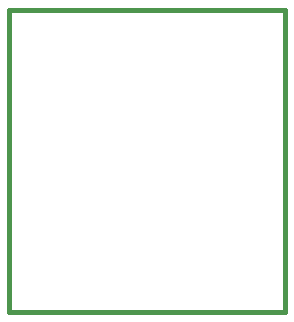
<source format=gm1>
G04 #@! TF.GenerationSoftware,KiCad,Pcbnew,(5.1.5)-3*
G04 #@! TF.CreationDate,2022-05-04T20:17:43+02:00*
G04 #@! TF.ProjectId,wa2amp,77613261-6d70-42e6-9b69-6361645f7063,0432 -*
G04 #@! TF.SameCoordinates,Original*
G04 #@! TF.FileFunction,Profile,NP*
%FSLAX46Y46*%
G04 Gerber Fmt 4.6, Leading zero omitted, Abs format (unit mm)*
G04 Created by KiCad (PCBNEW (5.1.5)-3) date 2022-05-04 20:17:43*
%MOMM*%
%LPD*%
G04 APERTURE LIST*
%ADD10C,0.381000*%
G04 APERTURE END LIST*
D10*
X117094000Y-100000000D02*
X140400000Y-100000000D01*
X140400000Y-100000000D02*
X140400000Y-74422000D01*
X117094000Y-74422000D02*
X140400000Y-74422000D01*
X117094000Y-100000000D02*
X117094000Y-74422000D01*
M02*

</source>
